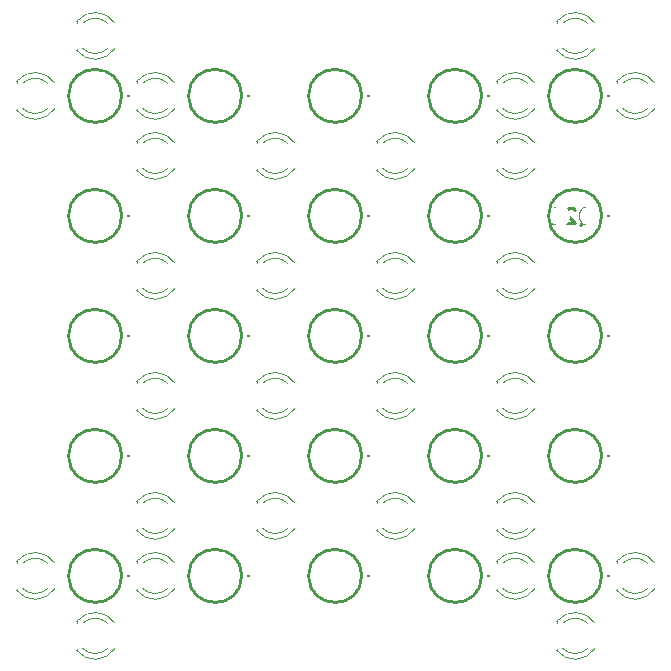
<source format=gbo>
%TF.GenerationSoftware,KiCad,Pcbnew,(5.1.8)-1*%
%TF.CreationDate,2021-03-06T21:23:55+09:00*%
%TF.ProjectId,line_sensor,6c696e65-5f73-4656-9e73-6f722e6b6963,rev?*%
%TF.SameCoordinates,PX94c5f00PY876bf80*%
%TF.FileFunction,Legend,Bot*%
%TF.FilePolarity,Positive*%
%FSLAX46Y46*%
G04 Gerber Fmt 4.6, Leading zero omitted, Abs format (unit mm)*
G04 Created by KiCad (PCBNEW (5.1.8)-1) date 2021-03-06 21:23:55*
%MOMM*%
%LPD*%
G01*
G04 APERTURE LIST*
%ADD10C,0.254000*%
%ADD11C,0.120000*%
%ADD12C,1.700000*%
%ADD13O,1.700000X1.700000*%
%ADD14C,1.800000*%
G04 APERTURE END LIST*
D10*
%TO.C,Q1*%
X18504870Y78321000D02*
G75*
G03*
X18504870Y78321000I-57870J0D01*
G01*
X17930000Y78320000D02*
G75*
G03*
X17930000Y78320000I-2250000J0D01*
G01*
%TO.C,Q2*%
X18504870Y68161000D02*
G75*
G03*
X18504870Y68161000I-57870J0D01*
G01*
X17930000Y68160000D02*
G75*
G03*
X17930000Y68160000I-2250000J0D01*
G01*
%TO.C,Q3*%
X18504870Y58001000D02*
G75*
G03*
X18504870Y58001000I-57870J0D01*
G01*
X17930000Y58000000D02*
G75*
G03*
X17930000Y58000000I-2250000J0D01*
G01*
%TO.C,Q4*%
X18504870Y47841000D02*
G75*
G03*
X18504870Y47841000I-57870J0D01*
G01*
X17930000Y47840000D02*
G75*
G03*
X17930000Y47840000I-2250000J0D01*
G01*
%TO.C,Q5*%
X18504870Y37681000D02*
G75*
G03*
X18504870Y37681000I-57870J0D01*
G01*
X17930000Y37680000D02*
G75*
G03*
X17930000Y37680000I-2250000J0D01*
G01*
%TO.C,Q6*%
X28664870Y78321000D02*
G75*
G03*
X28664870Y78321000I-57870J0D01*
G01*
X28090000Y78320000D02*
G75*
G03*
X28090000Y78320000I-2250000J0D01*
G01*
%TO.C,Q7*%
X28664870Y68161000D02*
G75*
G03*
X28664870Y68161000I-57870J0D01*
G01*
X28090000Y68160000D02*
G75*
G03*
X28090000Y68160000I-2250000J0D01*
G01*
%TO.C,Q8*%
X28664870Y58001000D02*
G75*
G03*
X28664870Y58001000I-57870J0D01*
G01*
X28090000Y58000000D02*
G75*
G03*
X28090000Y58000000I-2250000J0D01*
G01*
%TO.C,Q9*%
X28664870Y47841000D02*
G75*
G03*
X28664870Y47841000I-57870J0D01*
G01*
X28090000Y47840000D02*
G75*
G03*
X28090000Y47840000I-2250000J0D01*
G01*
%TO.C,Q10*%
X28664870Y37681000D02*
G75*
G03*
X28664870Y37681000I-57870J0D01*
G01*
X28090000Y37680000D02*
G75*
G03*
X28090000Y37680000I-2250000J0D01*
G01*
%TO.C,Q11*%
X38824870Y78321000D02*
G75*
G03*
X38824870Y78321000I-57870J0D01*
G01*
X38250000Y78320000D02*
G75*
G03*
X38250000Y78320000I-2250000J0D01*
G01*
%TO.C,Q12*%
X38824870Y68161000D02*
G75*
G03*
X38824870Y68161000I-57870J0D01*
G01*
X38250000Y68160000D02*
G75*
G03*
X38250000Y68160000I-2250000J0D01*
G01*
%TO.C,Q13*%
X38824870Y58001000D02*
G75*
G03*
X38824870Y58001000I-57870J0D01*
G01*
X38250000Y58000000D02*
G75*
G03*
X38250000Y58000000I-2250000J0D01*
G01*
%TO.C,Q14*%
X38824870Y47841000D02*
G75*
G03*
X38824870Y47841000I-57870J0D01*
G01*
X38250000Y47840000D02*
G75*
G03*
X38250000Y47840000I-2250000J0D01*
G01*
%TO.C,Q15*%
X38824870Y37681000D02*
G75*
G03*
X38824870Y37681000I-57870J0D01*
G01*
X38250000Y37680000D02*
G75*
G03*
X38250000Y37680000I-2250000J0D01*
G01*
%TO.C,Q16*%
X48984870Y78321000D02*
G75*
G03*
X48984870Y78321000I-57870J0D01*
G01*
X48410000Y78320000D02*
G75*
G03*
X48410000Y78320000I-2250000J0D01*
G01*
%TO.C,Q17*%
X48984870Y68161000D02*
G75*
G03*
X48984870Y68161000I-57870J0D01*
G01*
X48410000Y68160000D02*
G75*
G03*
X48410000Y68160000I-2250000J0D01*
G01*
%TO.C,Q18*%
X48984870Y58001000D02*
G75*
G03*
X48984870Y58001000I-57870J0D01*
G01*
X48410000Y58000000D02*
G75*
G03*
X48410000Y58000000I-2250000J0D01*
G01*
%TO.C,Q19*%
X48984870Y47841000D02*
G75*
G03*
X48984870Y47841000I-57870J0D01*
G01*
X48410000Y47840000D02*
G75*
G03*
X48410000Y47840000I-2250000J0D01*
G01*
%TO.C,Q20*%
X48984870Y37681000D02*
G75*
G03*
X48984870Y37681000I-57870J0D01*
G01*
X48410000Y37680000D02*
G75*
G03*
X48410000Y37680000I-2250000J0D01*
G01*
%TO.C,Q21*%
X59144870Y78321000D02*
G75*
G03*
X59144870Y78321000I-57870J0D01*
G01*
X58570000Y78320000D02*
G75*
G03*
X58570000Y78320000I-2250000J0D01*
G01*
%TO.C,Q22*%
X59144870Y68161000D02*
G75*
G03*
X59144870Y68161000I-57870J0D01*
G01*
X58570000Y68160000D02*
G75*
G03*
X58570000Y68160000I-2250000J0D01*
G01*
%TO.C,Q23*%
X59144870Y58001000D02*
G75*
G03*
X59144870Y58001000I-57870J0D01*
G01*
X58570000Y58000000D02*
G75*
G03*
X58570000Y58000000I-2250000J0D01*
G01*
%TO.C,Q24*%
X59144870Y47841000D02*
G75*
G03*
X59144870Y47841000I-57870J0D01*
G01*
X58570000Y47840000D02*
G75*
G03*
X58570000Y47840000I-2250000J0D01*
G01*
%TO.C,Q25*%
X59144870Y37681000D02*
G75*
G03*
X59144870Y37681000I-57870J0D01*
G01*
X58570000Y37680000D02*
G75*
G03*
X58570000Y37680000I-2250000J0D01*
G01*
D11*
%TO.C,D1*%
X19200000Y74320000D02*
X19200000Y74476000D01*
X19200000Y72004000D02*
X19200000Y72160000D01*
X22432335Y72161392D02*
G75*
G02*
X19200000Y72004484I-1672335J1078608D01*
G01*
X22432335Y74318608D02*
G75*
G03*
X19200000Y74475516I-1672335J-1078608D01*
G01*
X21801130Y72160163D02*
G75*
G02*
X19719039Y72160000I-1041130J1079837D01*
G01*
X21801130Y74319837D02*
G75*
G03*
X19719039Y74320000I-1041130J-1079837D01*
G01*
%TO.C,D2*%
X19200000Y61844000D02*
X19200000Y62000000D01*
X19200000Y64160000D02*
X19200000Y64316000D01*
X21801130Y64159837D02*
G75*
G03*
X19719039Y64160000I-1041130J-1079837D01*
G01*
X21801130Y62000163D02*
G75*
G02*
X19719039Y62000000I-1041130J1079837D01*
G01*
X22432335Y64158608D02*
G75*
G03*
X19200000Y64315516I-1672335J-1078608D01*
G01*
X22432335Y62001392D02*
G75*
G02*
X19200000Y61844484I-1672335J1078608D01*
G01*
%TO.C,D3*%
X19200000Y51684000D02*
X19200000Y51840000D01*
X19200000Y54000000D02*
X19200000Y54156000D01*
X21801130Y53999837D02*
G75*
G03*
X19719039Y54000000I-1041130J-1079837D01*
G01*
X21801130Y51840163D02*
G75*
G02*
X19719039Y51840000I-1041130J1079837D01*
G01*
X22432335Y53998608D02*
G75*
G03*
X19200000Y54155516I-1672335J-1078608D01*
G01*
X22432335Y51841392D02*
G75*
G02*
X19200000Y51684484I-1672335J1078608D01*
G01*
%TO.C,D4*%
X19200000Y43840000D02*
X19200000Y43996000D01*
X19200000Y41524000D02*
X19200000Y41680000D01*
X22432335Y41681392D02*
G75*
G02*
X19200000Y41524484I-1672335J1078608D01*
G01*
X22432335Y43838608D02*
G75*
G03*
X19200000Y43995516I-1672335J-1078608D01*
G01*
X21801130Y41680163D02*
G75*
G02*
X19719039Y41680000I-1041130J1079837D01*
G01*
X21801130Y43839837D02*
G75*
G03*
X19719039Y43840000I-1041130J-1079837D01*
G01*
%TO.C,D5*%
X29360000Y74320000D02*
X29360000Y74476000D01*
X29360000Y72004000D02*
X29360000Y72160000D01*
X32592335Y72161392D02*
G75*
G02*
X29360000Y72004484I-1672335J1078608D01*
G01*
X32592335Y74318608D02*
G75*
G03*
X29360000Y74475516I-1672335J-1078608D01*
G01*
X31961130Y72160163D02*
G75*
G02*
X29879039Y72160000I-1041130J1079837D01*
G01*
X31961130Y74319837D02*
G75*
G03*
X29879039Y74320000I-1041130J-1079837D01*
G01*
%TO.C,D6*%
X29360000Y61844000D02*
X29360000Y62000000D01*
X29360000Y64160000D02*
X29360000Y64316000D01*
X31961130Y64159837D02*
G75*
G03*
X29879039Y64160000I-1041130J-1079837D01*
G01*
X31961130Y62000163D02*
G75*
G02*
X29879039Y62000000I-1041130J1079837D01*
G01*
X32592335Y64158608D02*
G75*
G03*
X29360000Y64315516I-1672335J-1078608D01*
G01*
X32592335Y62001392D02*
G75*
G02*
X29360000Y61844484I-1672335J1078608D01*
G01*
%TO.C,D7*%
X29360000Y54000000D02*
X29360000Y54156000D01*
X29360000Y51684000D02*
X29360000Y51840000D01*
X32592335Y51841392D02*
G75*
G02*
X29360000Y51684484I-1672335J1078608D01*
G01*
X32592335Y53998608D02*
G75*
G03*
X29360000Y54155516I-1672335J-1078608D01*
G01*
X31961130Y51840163D02*
G75*
G02*
X29879039Y51840000I-1041130J1079837D01*
G01*
X31961130Y53999837D02*
G75*
G03*
X29879039Y54000000I-1041130J-1079837D01*
G01*
%TO.C,D8*%
X29360000Y41524000D02*
X29360000Y41680000D01*
X29360000Y43840000D02*
X29360000Y43996000D01*
X31961130Y43839837D02*
G75*
G03*
X29879039Y43840000I-1041130J-1079837D01*
G01*
X31961130Y41680163D02*
G75*
G02*
X29879039Y41680000I-1041130J1079837D01*
G01*
X32592335Y43838608D02*
G75*
G03*
X29360000Y43995516I-1672335J-1078608D01*
G01*
X32592335Y41681392D02*
G75*
G02*
X29360000Y41524484I-1672335J1078608D01*
G01*
%TO.C,D9*%
X39520000Y74320000D02*
X39520000Y74476000D01*
X39520000Y72004000D02*
X39520000Y72160000D01*
X42752335Y72161392D02*
G75*
G02*
X39520000Y72004484I-1672335J1078608D01*
G01*
X42752335Y74318608D02*
G75*
G03*
X39520000Y74475516I-1672335J-1078608D01*
G01*
X42121130Y72160163D02*
G75*
G02*
X40039039Y72160000I-1041130J1079837D01*
G01*
X42121130Y74319837D02*
G75*
G03*
X40039039Y74320000I-1041130J-1079837D01*
G01*
%TO.C,D10*%
X39520000Y64160000D02*
X39520000Y64316000D01*
X39520000Y61844000D02*
X39520000Y62000000D01*
X42752335Y62001392D02*
G75*
G02*
X39520000Y61844484I-1672335J1078608D01*
G01*
X42752335Y64158608D02*
G75*
G03*
X39520000Y64315516I-1672335J-1078608D01*
G01*
X42121130Y62000163D02*
G75*
G02*
X40039039Y62000000I-1041130J1079837D01*
G01*
X42121130Y64159837D02*
G75*
G03*
X40039039Y64160000I-1041130J-1079837D01*
G01*
%TO.C,D11*%
X39520000Y51684000D02*
X39520000Y51840000D01*
X39520000Y54000000D02*
X39520000Y54156000D01*
X42121130Y53999837D02*
G75*
G03*
X40039039Y54000000I-1041130J-1079837D01*
G01*
X42121130Y51840163D02*
G75*
G02*
X40039039Y51840000I-1041130J1079837D01*
G01*
X42752335Y53998608D02*
G75*
G03*
X39520000Y54155516I-1672335J-1078608D01*
G01*
X42752335Y51841392D02*
G75*
G02*
X39520000Y51684484I-1672335J1078608D01*
G01*
%TO.C,D12*%
X39520000Y43840000D02*
X39520000Y43996000D01*
X39520000Y41524000D02*
X39520000Y41680000D01*
X42752335Y41681392D02*
G75*
G02*
X39520000Y41524484I-1672335J1078608D01*
G01*
X42752335Y43838608D02*
G75*
G03*
X39520000Y43995516I-1672335J-1078608D01*
G01*
X42121130Y41680163D02*
G75*
G02*
X40039039Y41680000I-1041130J1079837D01*
G01*
X42121130Y43839837D02*
G75*
G03*
X40039039Y43840000I-1041130J-1079837D01*
G01*
%TO.C,D13*%
X49680000Y72004000D02*
X49680000Y72160000D01*
X49680000Y74320000D02*
X49680000Y74476000D01*
X52281130Y74319837D02*
G75*
G03*
X50199039Y74320000I-1041130J-1079837D01*
G01*
X52281130Y72160163D02*
G75*
G02*
X50199039Y72160000I-1041130J1079837D01*
G01*
X52912335Y74318608D02*
G75*
G03*
X49680000Y74475516I-1672335J-1078608D01*
G01*
X52912335Y72161392D02*
G75*
G02*
X49680000Y72004484I-1672335J1078608D01*
G01*
%TO.C,D14*%
X49680000Y64160000D02*
X49680000Y64316000D01*
X49680000Y61844000D02*
X49680000Y62000000D01*
X52912335Y62001392D02*
G75*
G02*
X49680000Y61844484I-1672335J1078608D01*
G01*
X52912335Y64158608D02*
G75*
G03*
X49680000Y64315516I-1672335J-1078608D01*
G01*
X52281130Y62000163D02*
G75*
G02*
X50199039Y62000000I-1041130J1079837D01*
G01*
X52281130Y64159837D02*
G75*
G03*
X50199039Y64160000I-1041130J-1079837D01*
G01*
%TO.C,D15*%
X49680000Y51684000D02*
X49680000Y51840000D01*
X49680000Y54000000D02*
X49680000Y54156000D01*
X52281130Y53999837D02*
G75*
G03*
X50199039Y54000000I-1041130J-1079837D01*
G01*
X52281130Y51840163D02*
G75*
G02*
X50199039Y51840000I-1041130J1079837D01*
G01*
X52912335Y53998608D02*
G75*
G03*
X49680000Y54155516I-1672335J-1078608D01*
G01*
X52912335Y51841392D02*
G75*
G02*
X49680000Y51684484I-1672335J1078608D01*
G01*
%TO.C,D16*%
X49680000Y43840000D02*
X49680000Y43996000D01*
X49680000Y41524000D02*
X49680000Y41680000D01*
X52912335Y41681392D02*
G75*
G02*
X49680000Y41524484I-1672335J1078608D01*
G01*
X52912335Y43838608D02*
G75*
G03*
X49680000Y43995516I-1672335J-1078608D01*
G01*
X52281130Y41680163D02*
G75*
G02*
X50199039Y41680000I-1041130J1079837D01*
G01*
X52281130Y43839837D02*
G75*
G03*
X50199039Y43840000I-1041130J-1079837D01*
G01*
%TO.C,D17*%
X14120000Y82164000D02*
X14120000Y82320000D01*
X14120000Y84480000D02*
X14120000Y84636000D01*
X16721130Y84479837D02*
G75*
G03*
X14639039Y84480000I-1041130J-1079837D01*
G01*
X16721130Y82320163D02*
G75*
G02*
X14639039Y82320000I-1041130J1079837D01*
G01*
X17352335Y84478608D02*
G75*
G03*
X14120000Y84635516I-1672335J-1078608D01*
G01*
X17352335Y82321392D02*
G75*
G02*
X14120000Y82164484I-1672335J1078608D01*
G01*
%TO.C,D18*%
X54760000Y84480000D02*
X54760000Y84636000D01*
X54760000Y82164000D02*
X54760000Y82320000D01*
X57992335Y82321392D02*
G75*
G02*
X54760000Y82164484I-1672335J1078608D01*
G01*
X57992335Y84478608D02*
G75*
G03*
X54760000Y84635516I-1672335J-1078608D01*
G01*
X57361130Y82320163D02*
G75*
G02*
X55279039Y82320000I-1041130J1079837D01*
G01*
X57361130Y84479837D02*
G75*
G03*
X55279039Y84480000I-1041130J-1079837D01*
G01*
%TO.C,D19*%
X54760000Y33680000D02*
X54760000Y33836000D01*
X54760000Y31364000D02*
X54760000Y31520000D01*
X57992335Y31521392D02*
G75*
G02*
X54760000Y31364484I-1672335J1078608D01*
G01*
X57992335Y33678608D02*
G75*
G03*
X54760000Y33835516I-1672335J-1078608D01*
G01*
X57361130Y31520163D02*
G75*
G02*
X55279039Y31520000I-1041130J1079837D01*
G01*
X57361130Y33679837D02*
G75*
G03*
X55279039Y33680000I-1041130J-1079837D01*
G01*
%TO.C,D20*%
X14120000Y33680000D02*
X14120000Y33836000D01*
X14120000Y31364000D02*
X14120000Y31520000D01*
X17352335Y31521392D02*
G75*
G02*
X14120000Y31364484I-1672335J1078608D01*
G01*
X17352335Y33678608D02*
G75*
G03*
X14120000Y33835516I-1672335J-1078608D01*
G01*
X16721130Y31520163D02*
G75*
G02*
X14639039Y31520000I-1041130J1079837D01*
G01*
X16721130Y33679837D02*
G75*
G03*
X14639039Y33680000I-1041130J-1079837D01*
G01*
%TO.C,D21*%
X19200000Y77084000D02*
X19200000Y77240000D01*
X19200000Y79400000D02*
X19200000Y79556000D01*
X21801130Y79399837D02*
G75*
G03*
X19719039Y79400000I-1041130J-1079837D01*
G01*
X21801130Y77240163D02*
G75*
G02*
X19719039Y77240000I-1041130J1079837D01*
G01*
X22432335Y79398608D02*
G75*
G03*
X19200000Y79555516I-1672335J-1078608D01*
G01*
X22432335Y77241392D02*
G75*
G02*
X19200000Y77084484I-1672335J1078608D01*
G01*
%TO.C,D22*%
X49680000Y77084000D02*
X49680000Y77240000D01*
X49680000Y79400000D02*
X49680000Y79556000D01*
X52281130Y79399837D02*
G75*
G03*
X50199039Y79400000I-1041130J-1079837D01*
G01*
X52281130Y77240163D02*
G75*
G02*
X50199039Y77240000I-1041130J1079837D01*
G01*
X52912335Y79398608D02*
G75*
G03*
X49680000Y79555516I-1672335J-1078608D01*
G01*
X52912335Y77241392D02*
G75*
G02*
X49680000Y77084484I-1672335J1078608D01*
G01*
%TO.C,D23*%
X49680000Y38760000D02*
X49680000Y38916000D01*
X49680000Y36444000D02*
X49680000Y36600000D01*
X52912335Y36601392D02*
G75*
G02*
X49680000Y36444484I-1672335J1078608D01*
G01*
X52912335Y38758608D02*
G75*
G03*
X49680000Y38915516I-1672335J-1078608D01*
G01*
X52281130Y36600163D02*
G75*
G02*
X50199039Y36600000I-1041130J1079837D01*
G01*
X52281130Y38759837D02*
G75*
G03*
X50199039Y38760000I-1041130J-1079837D01*
G01*
%TO.C,D24*%
X19200000Y36444000D02*
X19200000Y36600000D01*
X19200000Y38760000D02*
X19200000Y38916000D01*
X21801130Y38759837D02*
G75*
G03*
X19719039Y38760000I-1041130J-1079837D01*
G01*
X21801130Y36600163D02*
G75*
G02*
X19719039Y36600000I-1041130J1079837D01*
G01*
X22432335Y38758608D02*
G75*
G03*
X19200000Y38915516I-1672335J-1078608D01*
G01*
X22432335Y36601392D02*
G75*
G02*
X19200000Y36444484I-1672335J1078608D01*
G01*
%TO.C,D25*%
X9040000Y77084000D02*
X9040000Y77240000D01*
X9040000Y79400000D02*
X9040000Y79556000D01*
X11641130Y79399837D02*
G75*
G03*
X9559039Y79400000I-1041130J-1079837D01*
G01*
X11641130Y77240163D02*
G75*
G02*
X9559039Y77240000I-1041130J1079837D01*
G01*
X12272335Y79398608D02*
G75*
G03*
X9040000Y79555516I-1672335J-1078608D01*
G01*
X12272335Y77241392D02*
G75*
G02*
X9040000Y77084484I-1672335J1078608D01*
G01*
%TO.C,D26*%
X59840000Y79400000D02*
X59840000Y79556000D01*
X59840000Y77084000D02*
X59840000Y77240000D01*
X63072335Y77241392D02*
G75*
G02*
X59840000Y77084484I-1672335J1078608D01*
G01*
X63072335Y79398608D02*
G75*
G03*
X59840000Y79555516I-1672335J-1078608D01*
G01*
X62441130Y77240163D02*
G75*
G02*
X60359039Y77240000I-1041130J1079837D01*
G01*
X62441130Y79399837D02*
G75*
G03*
X60359039Y79400000I-1041130J-1079837D01*
G01*
%TO.C,D27*%
X59840000Y36444000D02*
X59840000Y36600000D01*
X59840000Y38760000D02*
X59840000Y38916000D01*
X62441130Y38759837D02*
G75*
G03*
X60359039Y38760000I-1041130J-1079837D01*
G01*
X62441130Y36600163D02*
G75*
G02*
X60359039Y36600000I-1041130J1079837D01*
G01*
X63072335Y38758608D02*
G75*
G03*
X59840000Y38915516I-1672335J-1078608D01*
G01*
X63072335Y36601392D02*
G75*
G02*
X59840000Y36444484I-1672335J1078608D01*
G01*
%TO.C,D28*%
X9040000Y36444000D02*
X9040000Y36600000D01*
X9040000Y38760000D02*
X9040000Y38916000D01*
X11641130Y38759837D02*
G75*
G03*
X9559039Y38760000I-1041130J-1079837D01*
G01*
X11641130Y36600163D02*
G75*
G02*
X9559039Y36600000I-1041130J1079837D01*
G01*
X12272335Y38758608D02*
G75*
G03*
X9040000Y38915516I-1672335J-1078608D01*
G01*
X12272335Y36601392D02*
G75*
G02*
X9040000Y36444484I-1672335J1078608D01*
G01*
%TO.C,Q22*%
D10*
X56713714Y67415524D02*
X56834666Y67476000D01*
X56955619Y67596953D01*
X57137047Y67778381D01*
X57258000Y67838858D01*
X57378952Y67838858D01*
X57318476Y67536477D02*
X57439428Y67596953D01*
X57560380Y67717905D01*
X57620857Y67959810D01*
X57620857Y68383143D01*
X57560380Y68625048D01*
X57439428Y68746000D01*
X57318476Y68806477D01*
X57076571Y68806477D01*
X56955619Y68746000D01*
X56834666Y68625048D01*
X56774190Y68383143D01*
X56774190Y67959810D01*
X56834666Y67717905D01*
X56955619Y67596953D01*
X57076571Y67536477D01*
X57318476Y67536477D01*
X56290380Y68685524D02*
X56229904Y68746000D01*
X56108952Y68806477D01*
X55806571Y68806477D01*
X55685619Y68746000D01*
X55625142Y68685524D01*
X55564666Y68564572D01*
X55564666Y68443620D01*
X55625142Y68262191D01*
X56350857Y67536477D01*
X55564666Y67536477D01*
X55080857Y68685524D02*
X55020380Y68746000D01*
X54899428Y68806477D01*
X54597047Y68806477D01*
X54476095Y68746000D01*
X54415619Y68685524D01*
X54355142Y68564572D01*
X54355142Y68443620D01*
X54415619Y68262191D01*
X55141333Y67536477D01*
X54355142Y67536477D01*
%TD*%
%LPC*%
D12*
%TO.C,J8*%
X56320000Y12280000D03*
D13*
X56320000Y14820000D03*
X56320000Y17360000D03*
X56320000Y19900000D03*
X56320000Y22440000D03*
%TD*%
D12*
%TO.C,J7*%
X46160000Y12280000D03*
D13*
X46160000Y14820000D03*
X46160000Y17360000D03*
X46160000Y19900000D03*
X46160000Y22440000D03*
%TD*%
D12*
%TO.C,J1*%
X36000000Y9740000D03*
%TD*%
%TO.C,J6*%
X36000000Y12280000D03*
D13*
X36000000Y14820000D03*
X36000000Y17360000D03*
X36000000Y19900000D03*
X36000000Y22440000D03*
%TD*%
%TO.C,J5*%
X25840000Y22440000D03*
X25840000Y19900000D03*
X25840000Y17360000D03*
X25840000Y14820000D03*
D12*
X25840000Y12280000D03*
%TD*%
%TO.C,J2*%
X15680000Y12280000D03*
D13*
X15680000Y14820000D03*
X15680000Y17360000D03*
X15680000Y19900000D03*
X15680000Y22440000D03*
%TD*%
D12*
%TO.C,J3*%
X66480000Y35140000D03*
D13*
X66480000Y37680000D03*
X66480000Y40220000D03*
X66480000Y42760000D03*
%TD*%
%TO.C,J4*%
X5520000Y35140000D03*
X5520000Y37680000D03*
X5520000Y40220000D03*
D12*
X5520000Y42760000D03*
%TD*%
D13*
%TO.C,J9*%
X5520000Y73240000D03*
X5520000Y75780000D03*
D12*
X5520000Y78320000D03*
%TD*%
%TO.C,Q1*%
X14410000Y78320000D03*
X16950000Y78320000D03*
%TD*%
%TO.C,Q2*%
X14410000Y68160000D03*
X16950000Y68160000D03*
%TD*%
%TO.C,Q3*%
X14410000Y58000000D03*
X16950000Y58000000D03*
%TD*%
%TO.C,Q4*%
X14410000Y47840000D03*
X16950000Y47840000D03*
%TD*%
%TO.C,Q5*%
X14410000Y37680000D03*
X16950000Y37680000D03*
%TD*%
%TO.C,Q6*%
X24570000Y78320000D03*
X27110000Y78320000D03*
%TD*%
%TO.C,Q7*%
X24570000Y68160000D03*
X27110000Y68160000D03*
%TD*%
%TO.C,Q8*%
X24570000Y58000000D03*
X27110000Y58000000D03*
%TD*%
%TO.C,Q9*%
X24570000Y47840000D03*
X27110000Y47840000D03*
%TD*%
%TO.C,Q10*%
X24570000Y37680000D03*
X27110000Y37680000D03*
%TD*%
%TO.C,Q11*%
X34730000Y78320000D03*
X37270000Y78320000D03*
%TD*%
%TO.C,Q12*%
X34730000Y68160000D03*
X37270000Y68160000D03*
%TD*%
%TO.C,Q13*%
X34730000Y58000000D03*
X37270000Y58000000D03*
%TD*%
%TO.C,Q14*%
X34730000Y47840000D03*
X37270000Y47840000D03*
%TD*%
%TO.C,Q15*%
X34730000Y37680000D03*
X37270000Y37680000D03*
%TD*%
%TO.C,Q16*%
X44890000Y78320000D03*
X47430000Y78320000D03*
%TD*%
%TO.C,Q17*%
X44890000Y68160000D03*
X47430000Y68160000D03*
%TD*%
%TO.C,Q18*%
X44890000Y58000000D03*
X47430000Y58000000D03*
%TD*%
%TO.C,Q19*%
X44890000Y47840000D03*
X47430000Y47840000D03*
%TD*%
%TO.C,Q20*%
X44890000Y37680000D03*
X47430000Y37680000D03*
%TD*%
%TO.C,Q21*%
X55050000Y78320000D03*
X57590000Y78320000D03*
%TD*%
%TO.C,Q22*%
X55050000Y68160000D03*
X57590000Y68160000D03*
%TD*%
%TO.C,Q23*%
X55050000Y58000000D03*
X57590000Y58000000D03*
%TD*%
%TO.C,Q24*%
X55050000Y47840000D03*
X57590000Y47840000D03*
%TD*%
%TO.C,Q25*%
X55050000Y37680000D03*
X57590000Y37680000D03*
%TD*%
%TO.C,J10*%
X66480000Y78320000D03*
D13*
X66480000Y75780000D03*
X66480000Y73240000D03*
%TD*%
D12*
%TO.C,D1*%
X19490000Y73240000D03*
X22030000Y73240000D03*
%TD*%
%TO.C,D2*%
X22030000Y63080000D03*
X19490000Y63080000D03*
%TD*%
%TO.C,D3*%
X22030000Y52920000D03*
X19490000Y52920000D03*
%TD*%
%TO.C,D4*%
X19490000Y42760000D03*
X22030000Y42760000D03*
%TD*%
%TO.C,D5*%
X29650000Y73240000D03*
X32190000Y73240000D03*
%TD*%
%TO.C,D6*%
X32190000Y63080000D03*
X29650000Y63080000D03*
%TD*%
%TO.C,D7*%
X29650000Y52920000D03*
X32190000Y52920000D03*
%TD*%
%TO.C,D8*%
X32190000Y42760000D03*
X29650000Y42760000D03*
%TD*%
%TO.C,D9*%
X39810000Y73240000D03*
X42350000Y73240000D03*
%TD*%
%TO.C,D10*%
X39810000Y63080000D03*
X42350000Y63080000D03*
%TD*%
%TO.C,D11*%
X42350000Y52920000D03*
X39810000Y52920000D03*
%TD*%
%TO.C,D12*%
X39810000Y42760000D03*
X42350000Y42760000D03*
%TD*%
%TO.C,D13*%
X52510000Y73240000D03*
X49970000Y73240000D03*
%TD*%
%TO.C,D14*%
X49970000Y63080000D03*
X52510000Y63080000D03*
%TD*%
%TO.C,D15*%
X52510000Y52920000D03*
X49970000Y52920000D03*
%TD*%
%TO.C,D16*%
X49970000Y42760000D03*
X52510000Y42760000D03*
%TD*%
%TO.C,D17*%
X16950000Y83400000D03*
X14410000Y83400000D03*
%TD*%
%TO.C,D18*%
X55050000Y83400000D03*
X57590000Y83400000D03*
%TD*%
%TO.C,D19*%
X55050000Y32600000D03*
X57590000Y32600000D03*
%TD*%
%TO.C,D20*%
X14410000Y32600000D03*
X16950000Y32600000D03*
%TD*%
%TO.C,D21*%
X22030000Y78320000D03*
X19490000Y78320000D03*
%TD*%
%TO.C,D22*%
X52510000Y78320000D03*
X49970000Y78320000D03*
%TD*%
%TO.C,D23*%
X49970000Y37680000D03*
X52510000Y37680000D03*
%TD*%
D14*
%TO.C,D24*%
X22030000Y37680000D03*
D12*
X19490000Y37680000D03*
%TD*%
%TO.C,D25*%
X11870000Y78320000D03*
X9330000Y78320000D03*
%TD*%
%TO.C,D26*%
X60130000Y78320000D03*
X62670000Y78320000D03*
%TD*%
%TO.C,D27*%
X62670000Y37680000D03*
X60130000Y37680000D03*
%TD*%
%TO.C,D28*%
X11870000Y37680000D03*
X9330000Y37680000D03*
%TD*%
M02*

</source>
